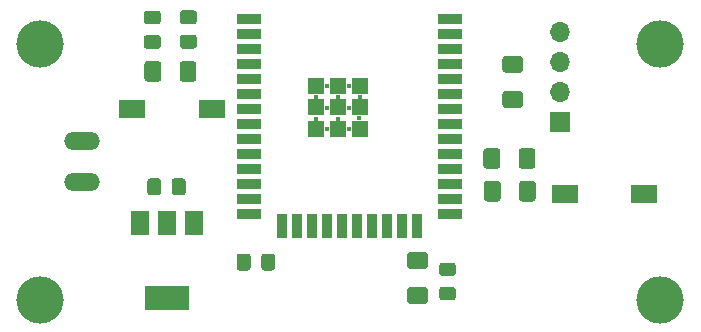
<source format=gts>
G04 #@! TF.GenerationSoftware,KiCad,Pcbnew,(5.1.9)-1*
G04 #@! TF.CreationDate,2021-04-10T17:31:22+02:00*
G04 #@! TF.ProjectId,StralingslocatiePCB,53747261-6c69-46e6-9773-6c6f63617469,rev?*
G04 #@! TF.SameCoordinates,Original*
G04 #@! TF.FileFunction,Soldermask,Top*
G04 #@! TF.FilePolarity,Negative*
%FSLAX46Y46*%
G04 Gerber Fmt 4.6, Leading zero omitted, Abs format (unit mm)*
G04 Created by KiCad (PCBNEW (5.1.9)-1) date 2021-04-10 17:31:22*
%MOMM*%
%LPD*%
G01*
G04 APERTURE LIST*
%ADD10R,2.000000X0.900000*%
%ADD11R,0.900000X2.000000*%
%ADD12R,1.330000X1.330000*%
%ADD13C,0.400000*%
%ADD14O,1.700000X1.700000*%
%ADD15R,1.700000X1.700000*%
%ADD16R,2.300000X1.500000*%
%ADD17R,3.800000X2.000000*%
%ADD18R,1.500000X2.000000*%
%ADD19O,3.014980X1.506220*%
%ADD20C,4.000000*%
G04 APERTURE END LIST*
D10*
X136702000Y-41160000D03*
X136702000Y-42430000D03*
X136702000Y-43700000D03*
X136702000Y-44970000D03*
X136702000Y-46240000D03*
X136702000Y-47510000D03*
X136702000Y-48780000D03*
X136702000Y-50050000D03*
X136702000Y-51320000D03*
X136702000Y-52590000D03*
X136702000Y-53860000D03*
X136702000Y-55130000D03*
X136702000Y-56400000D03*
X136702000Y-57670000D03*
D11*
X139487000Y-58670000D03*
X140757000Y-58670000D03*
X142027000Y-58670000D03*
X143297000Y-58670000D03*
X144567000Y-58670000D03*
X145837000Y-58670000D03*
X147107000Y-58670000D03*
X148377000Y-58670000D03*
X149647000Y-58670000D03*
X150917000Y-58670000D03*
D10*
X153702000Y-57670000D03*
X153702000Y-56400000D03*
X153702000Y-55130000D03*
X153702000Y-53860000D03*
X153702000Y-52590000D03*
X153702000Y-51320000D03*
X153702000Y-50050000D03*
X153702000Y-48780000D03*
X153702000Y-47510000D03*
X153702000Y-46240000D03*
X153702000Y-44970000D03*
X153702000Y-43700000D03*
X153702000Y-42430000D03*
X153702000Y-41160000D03*
D12*
X142367000Y-46825000D03*
X144202000Y-46825000D03*
X146037000Y-46825000D03*
X142367000Y-48660000D03*
X144202000Y-48660000D03*
X146037000Y-48660000D03*
X142367000Y-50495000D03*
X144202000Y-50495000D03*
X146037000Y-50495000D03*
D13*
X143284500Y-50495000D03*
X145138700Y-50495000D03*
X146002300Y-49580600D03*
X146053100Y-47751800D03*
X144198900Y-47751800D03*
X142344700Y-47751800D03*
X142319300Y-49606000D03*
X144198900Y-49606000D03*
X143284500Y-48666200D03*
X143284500Y-46812000D03*
X145113300Y-46862800D03*
X145113300Y-48691600D03*
G36*
G01*
X130133500Y-55847725D02*
X130133500Y-54898275D01*
G75*
G02*
X130383775Y-54648000I250275J0D01*
G01*
X131058225Y-54648000D01*
G75*
G02*
X131308500Y-54898275I0J-250275D01*
G01*
X131308500Y-55847725D01*
G75*
G02*
X131058225Y-56098000I-250275J0D01*
G01*
X130383775Y-56098000D01*
G75*
G02*
X130133500Y-55847725I0J250275D01*
G01*
G37*
G36*
G01*
X128058500Y-55848000D02*
X128058500Y-54898000D01*
G75*
G02*
X128308500Y-54648000I250000J0D01*
G01*
X128983500Y-54648000D01*
G75*
G02*
X129233500Y-54898000I0J-250000D01*
G01*
X129233500Y-55848000D01*
G75*
G02*
X128983500Y-56098000I-250000J0D01*
G01*
X128308500Y-56098000D01*
G75*
G02*
X128058500Y-55848000I0J250000D01*
G01*
G37*
G36*
G01*
X132009000Y-43681000D02*
X131059000Y-43681000D01*
G75*
G02*
X130809000Y-43431000I0J250000D01*
G01*
X130809000Y-42756000D01*
G75*
G02*
X131059000Y-42506000I250000J0D01*
G01*
X132009000Y-42506000D01*
G75*
G02*
X132259000Y-42756000I0J-250000D01*
G01*
X132259000Y-43431000D01*
G75*
G02*
X132009000Y-43681000I-250000J0D01*
G01*
G37*
G36*
G01*
X132008725Y-41606000D02*
X131059275Y-41606000D01*
G75*
G02*
X130809000Y-41355725I0J250275D01*
G01*
X130809000Y-40681275D01*
G75*
G02*
X131059275Y-40431000I250275J0D01*
G01*
X132008725Y-40431000D01*
G75*
G02*
X132259000Y-40681275I0J-250275D01*
G01*
X132259000Y-41355725D01*
G75*
G02*
X132008725Y-41606000I-250275J0D01*
G01*
G37*
G36*
G01*
X137700000Y-62224725D02*
X137700000Y-61275275D01*
G75*
G02*
X137950275Y-61025000I250275J0D01*
G01*
X138624725Y-61025000D01*
G75*
G02*
X138875000Y-61275275I0J-250275D01*
G01*
X138875000Y-62224725D01*
G75*
G02*
X138624725Y-62475000I-250275J0D01*
G01*
X137950275Y-62475000D01*
G75*
G02*
X137700000Y-62224725I0J250275D01*
G01*
G37*
G36*
G01*
X135625000Y-62225000D02*
X135625000Y-61275000D01*
G75*
G02*
X135875000Y-61025000I250000J0D01*
G01*
X136550000Y-61025000D01*
G75*
G02*
X136800000Y-61275000I0J-250000D01*
G01*
X136800000Y-62225000D01*
G75*
G02*
X136550000Y-62475000I-250000J0D01*
G01*
X135875000Y-62475000D01*
G75*
G02*
X135625000Y-62225000I0J250000D01*
G01*
G37*
G36*
G01*
X128961000Y-43702500D02*
X128011000Y-43702500D01*
G75*
G02*
X127761000Y-43452500I0J250000D01*
G01*
X127761000Y-42777500D01*
G75*
G02*
X128011000Y-42527500I250000J0D01*
G01*
X128961000Y-42527500D01*
G75*
G02*
X129211000Y-42777500I0J-250000D01*
G01*
X129211000Y-43452500D01*
G75*
G02*
X128961000Y-43702500I-250000J0D01*
G01*
G37*
G36*
G01*
X128960725Y-41627500D02*
X128011275Y-41627500D01*
G75*
G02*
X127761000Y-41377225I0J250275D01*
G01*
X127761000Y-40702775D01*
G75*
G02*
X128011275Y-40452500I250275J0D01*
G01*
X128960725Y-40452500D01*
G75*
G02*
X129211000Y-40702775I0J-250275D01*
G01*
X129211000Y-41377225D01*
G75*
G02*
X128960725Y-41627500I-250275J0D01*
G01*
G37*
G36*
G01*
X153022550Y-61792000D02*
X153923450Y-61792000D01*
G75*
G02*
X154173000Y-62041550I0J-249550D01*
G01*
X154173000Y-62692450D01*
G75*
G02*
X153923450Y-62942000I-249550J0D01*
G01*
X153022550Y-62942000D01*
G75*
G02*
X152773000Y-62692450I0J249550D01*
G01*
X152773000Y-62041550D01*
G75*
G02*
X153022550Y-61792000I249550J0D01*
G01*
G37*
G36*
G01*
X153022999Y-63842000D02*
X153923001Y-63842000D01*
G75*
G02*
X154173000Y-64091999I0J-249999D01*
G01*
X154173000Y-64742001D01*
G75*
G02*
X153923001Y-64992000I-249999J0D01*
G01*
X153022999Y-64992000D01*
G75*
G02*
X152773000Y-64742001I0J249999D01*
G01*
X152773000Y-64091999D01*
G75*
G02*
X153022999Y-63842000I249999J0D01*
G01*
G37*
D14*
X163000000Y-42310000D03*
X163000000Y-44850000D03*
X163000000Y-47390000D03*
D15*
X163000000Y-49930000D03*
G36*
G01*
X159625000Y-45725000D02*
X158375000Y-45725000D01*
G75*
G02*
X158125000Y-45475000I0J250000D01*
G01*
X158125000Y-44550000D01*
G75*
G02*
X158375000Y-44300000I250000J0D01*
G01*
X159625000Y-44300000D01*
G75*
G02*
X159875000Y-44550000I0J-250000D01*
G01*
X159875000Y-45475000D01*
G75*
G02*
X159625000Y-45725000I-250000J0D01*
G01*
G37*
G36*
G01*
X159625000Y-48700000D02*
X158375000Y-48700000D01*
G75*
G02*
X158125000Y-48450000I0J250000D01*
G01*
X158125000Y-47525000D01*
G75*
G02*
X158375000Y-47275000I250000J0D01*
G01*
X159625000Y-47275000D01*
G75*
G02*
X159875000Y-47525000I0J-250000D01*
G01*
X159875000Y-48450000D01*
G75*
G02*
X159625000Y-48700000I-250000J0D01*
G01*
G37*
G36*
G01*
X132210000Y-44987000D02*
X132210000Y-46237000D01*
G75*
G02*
X131960000Y-46487000I-250000J0D01*
G01*
X131035000Y-46487000D01*
G75*
G02*
X130785000Y-46237000I0J250000D01*
G01*
X130785000Y-44987000D01*
G75*
G02*
X131035000Y-44737000I250000J0D01*
G01*
X131960000Y-44737000D01*
G75*
G02*
X132210000Y-44987000I0J-250000D01*
G01*
G37*
G36*
G01*
X129235000Y-44987000D02*
X129235000Y-46237000D01*
G75*
G02*
X128985000Y-46487000I-250000J0D01*
G01*
X128060000Y-46487000D01*
G75*
G02*
X127810000Y-46237000I0J250000D01*
G01*
X127810000Y-44987000D01*
G75*
G02*
X128060000Y-44737000I250000J0D01*
G01*
X128985000Y-44737000D01*
G75*
G02*
X129235000Y-44987000I0J-250000D01*
G01*
G37*
G36*
G01*
X151558000Y-65301500D02*
X150308000Y-65301500D01*
G75*
G02*
X150058000Y-65051500I0J250000D01*
G01*
X150058000Y-64126500D01*
G75*
G02*
X150308000Y-63876500I250000J0D01*
G01*
X151558000Y-63876500D01*
G75*
G02*
X151808000Y-64126500I0J-250000D01*
G01*
X151808000Y-65051500D01*
G75*
G02*
X151558000Y-65301500I-250000J0D01*
G01*
G37*
G36*
G01*
X151558000Y-62326500D02*
X150308000Y-62326500D01*
G75*
G02*
X150058000Y-62076500I0J250000D01*
G01*
X150058000Y-61151500D01*
G75*
G02*
X150308000Y-60901500I250000J0D01*
G01*
X151558000Y-60901500D01*
G75*
G02*
X151808000Y-61151500I0J-250000D01*
G01*
X151808000Y-62076500D01*
G75*
G02*
X151558000Y-62326500I-250000J0D01*
G01*
G37*
G36*
G01*
X159491500Y-53603000D02*
X159491500Y-52353000D01*
G75*
G02*
X159741500Y-52103000I250000J0D01*
G01*
X160666500Y-52103000D01*
G75*
G02*
X160916500Y-52353000I0J-250000D01*
G01*
X160916500Y-53603000D01*
G75*
G02*
X160666500Y-53853000I-250000J0D01*
G01*
X159741500Y-53853000D01*
G75*
G02*
X159491500Y-53603000I0J250000D01*
G01*
G37*
G36*
G01*
X156516500Y-53603000D02*
X156516500Y-52353000D01*
G75*
G02*
X156766500Y-52103000I250000J0D01*
G01*
X157691500Y-52103000D01*
G75*
G02*
X157941500Y-52353000I0J-250000D01*
G01*
X157941500Y-53603000D01*
G75*
G02*
X157691500Y-53853000I-250000J0D01*
G01*
X156766500Y-53853000D01*
G75*
G02*
X156516500Y-53603000I0J250000D01*
G01*
G37*
G36*
G01*
X157975000Y-55125000D02*
X157975000Y-56375000D01*
G75*
G02*
X157725000Y-56625000I-250000J0D01*
G01*
X156800000Y-56625000D01*
G75*
G02*
X156550000Y-56375000I0J250000D01*
G01*
X156550000Y-55125000D01*
G75*
G02*
X156800000Y-54875000I250000J0D01*
G01*
X157725000Y-54875000D01*
G75*
G02*
X157975000Y-55125000I0J-250000D01*
G01*
G37*
G36*
G01*
X160950000Y-55125000D02*
X160950000Y-56375000D01*
G75*
G02*
X160700000Y-56625000I-250000J0D01*
G01*
X159775000Y-56625000D01*
G75*
G02*
X159525000Y-56375000I0J250000D01*
G01*
X159525000Y-55125000D01*
G75*
G02*
X159775000Y-54875000I250000J0D01*
G01*
X160700000Y-54875000D01*
G75*
G02*
X160950000Y-55125000I0J-250000D01*
G01*
G37*
D16*
X133503000Y-48787000D03*
X126803000Y-48787000D03*
X163400000Y-56000000D03*
X170100000Y-56000000D03*
D17*
X129705000Y-64771000D03*
D18*
X129705000Y-58471000D03*
X127405000Y-58471000D03*
X132005000Y-58471000D03*
D19*
X122500000Y-51502480D03*
X122500000Y-54997520D03*
D20*
X171500000Y-43250000D03*
X171500000Y-65000000D03*
X119000000Y-43250000D03*
X119000000Y-65000000D03*
M02*

</source>
